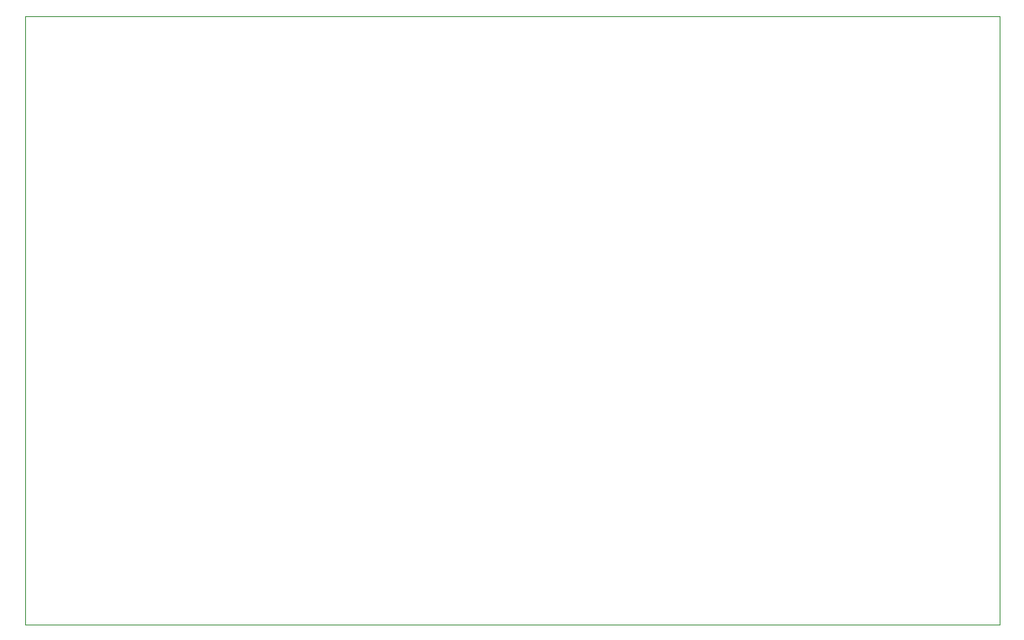
<source format=gm1>
G04 #@! TF.GenerationSoftware,KiCad,Pcbnew,(6.0.7-1)-1*
G04 #@! TF.CreationDate,2023-04-11T20:40:05-05:00*
G04 #@! TF.ProjectId,Neutro_v2,4e657574-726f-45f7-9632-2e6b69636164,v1*
G04 #@! TF.SameCoordinates,Original*
G04 #@! TF.FileFunction,Profile,NP*
%FSLAX46Y46*%
G04 Gerber Fmt 4.6, Leading zero omitted, Abs format (unit mm)*
G04 Created by KiCad (PCBNEW (6.0.7-1)-1) date 2023-04-11 20:40:05*
%MOMM*%
%LPD*%
G01*
G04 APERTURE LIST*
G04 #@! TA.AperFunction,Profile*
%ADD10C,0.100000*%
G04 #@! TD*
G04 APERTURE END LIST*
D10*
X101600000Y-69850000D02*
X203200000Y-69850000D01*
X203200000Y-69850000D02*
X203200000Y-133350000D01*
X203200000Y-133350000D02*
X101600000Y-133350000D01*
X101600000Y-133350000D02*
X101600000Y-69850000D01*
M02*

</source>
